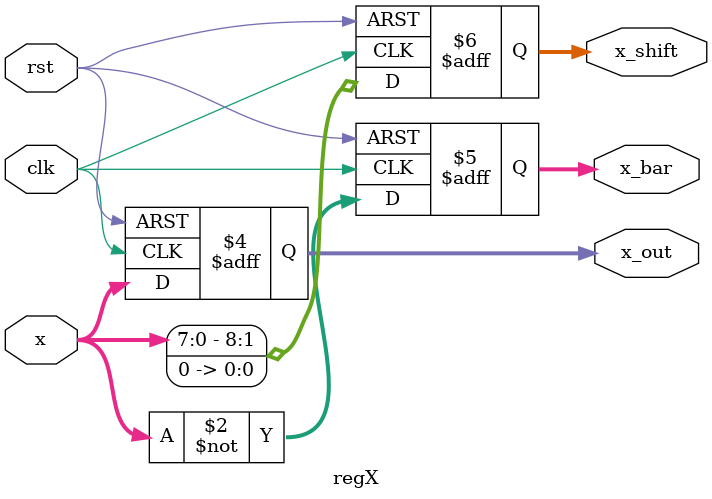
<source format=v>
module regX # (
    parameter WIDTH = 8
)(
    input clk, rst,
    input [WIDTH-1:0] x,
    output reg [WIDTH-1:0] x_out, x_bar,
    output reg [WIDTH:0] x_shift
);
    
    always @(posedge clk, posedge rst) begin
        if (rst) begin
            x_out <= 0;
            x_bar <= 0;
            x_shift <= 0;
        end
        else begin
            x_out <= x;
            x_bar <= ~x;
            x_shift <= x << 1;
        end
    end
    
endmodule : regX

</source>
